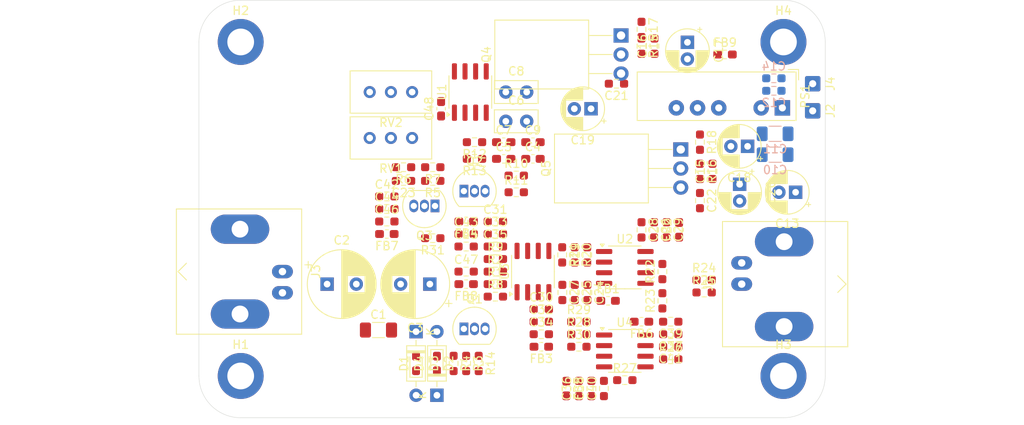
<source format=kicad_pcb>
(kicad_pcb (version 20240108) (generator "pcbnew") (generator_version "8.0")
  (layers (0 "F.Cu" signal) (31 "B.Cu" signal) (34 "B.Paste" user) (35 "F.Paste" user) (36 "B.SilkS" user "B.Silkscreen") (37 "F.SilkS" user "F.Silkscreen") (38 "B.Mask" user) (39 "F.Mask" user) (44 "Edge.Cuts" user))
  (net 0 "")
  (net 1 "Net-(J3-In)")
  (net 2 "Net-(D1-A)")
  (net 3 "Net-(C2-Pad2)")
  (net 4 "Net-(U2A-+)")
  (net 5 "Net-(C4-Pad1)")
  (net 6 "Net-(Q2-B)")
  (net 7 "Net-(C7-Pad2)")
  (net 8 "Earth")
  (net 9 "Net-(J2-Pin_1)")
  (net 10 "0")
  (net 11 "Net-(PS1--Vout)")
  (net 12 "Net-(PS1-+Vout)")
  (net 13 "Net-(Q4-B)")
  (net 14 "Net-(Q5-B)")
  (net 15 "+5V")
  (net 16 "-5V")
  (net 17 "Net-(Q3-B)")
  (net 18 "Net-(U2C-V-)")
  (net 19 "Net-(U2C-V+)")
  (net 20 "Net-(U3-V-)")
  (net 21 "Net-(U3-V+)")
  (net 22 "Net-(U4-V-)")
  (net 23 "Net-(U4-V+)")
  (net 24 "Net-(Q3-C)")
  (net 25 "Net-(C43-Pad2)")
  (net 26 "Net-(C48-Pad1)")
  (net 27 "Net-(U1A--)")
  (net 28 "GND")
  (net 29 "Net-(J1-In)")
  (net 30 "Net-(Q1-C)")
  (net 31 "Net-(Q1-E)")
  (net 32 "Net-(Q2-C)")
  (net 33 "Net-(R6-Pad2)")
  (net 34 "Net-(U2B-+)")
  (net 35 "Net-(U2A--)")
  (net 36 "Net-(U2B--)")
  (net 37 "Net-(R22-Pad2)")
  (net 38 "Net-(R26-Pad1)")
  (net 39 "Net-(U4--)")
  (net 40 "5V")
  (net 41 "Net-(U1A-+)")
  (footprint "Capacitor_SMD:C_0603_1608Metric_Pad1.08x0.95mm_HandSolder" (layer "F.Cu") (at 90 94)
    (property "Reference" "C4" (at 0 -1.43 0) (layer "F.SilkS"))
    (property "Value" "5p")
    (pad "1" smd roundrect (at -0.8625 0) (size 1.075 0.95) (layers "F.Cu" "F.Paste" "F.Mask") (net 5 "Net-(C4-Pad1)"))
    (pad "2" smd roundrect (at 0.8625 0) (size 1.075 0.95) (layers "F.Cu" "F.Paste" "F.Mask") (net 4 "Net-(U2A-+)"))
  )
  (footprint "Resistor_SMD:R_0603_1608Metric_Pad0.98x0.95mm_HandSolder" (layer "F.Cu") (at 82 107.5)
    (property "Reference" "C47" (at 0 -1.43 0) (layer "F.SilkS"))
    (property "Value" "1n")
    (pad "1" smd roundrect (at -0.9125 0) (size 0.975 0.95) (layers "F.Cu" "F.Paste" "F.Mask") (net 10 "0"))
    (pad "2" smd roundrect (at 0.9125 0) (size 0.975 0.95) (layers "F.Cu" "F.Paste" "F.Mask") (net 25 "Net-(C43-Pad2)"))
  )
  (footprint "Capacitor_THT:CP_Radial_D8.0mm_P3.50mm" (layer "F.Cu") (at 77.652651 109 180)
    (property "Reference" "C3" (at 1.75 -5.25 0) (layer "F.SilkS"))
    (property "Value" "100u")
    (pad "1" thru_hole rect (at 0 0 180) (size 1.6 1.6) (drill 0.8) (layers "*.Cu" "*.Mask") (net 2 "Net-(D1-A)"))
    (pad "2" thru_hole circle (at 3.5 0 180) (size 1.6 1.6) (drill 0.8) (layers "*.Cu" "*.Mask") (net 3 "Net-(C2-Pad2)"))
  )
  (footprint "Potentiometer_THT:Potentiometer_Bourns_3296W_Vertical" (layer "F.Cu") (at 70.45 86 180)
    (property "Reference" "RV2" (at -2.54 -3.66 0) (layer "F.SilkS"))
    (property "Value" "100k")
    (pad "1" thru_hole circle (at 0 0 180) (size 1.44 1.44) (drill 0.8) (layers "*.Cu" "*.Mask") (net 28 "GND"))
    (pad "2" thru_hole circle (at -2.54 0 180) (size 1.44 1.44) (drill 0.8) (layers "*.Cu" "*.Mask") (net 41 "Net-(U1A-+)"))
    (pad "3" thru_hole circle (at -5.08 0 180) (size 1.44 1.44) (drill 0.8) (layers "*.Cu" "*.Mask") (net 40 "5V"))
  )
  (footprint "Resistor_SMD:R_0603_1608Metric_Pad0.98x0.95mm_HandSolder" (layer "F.Cu") (at 85.5 104.5)
    (property "Reference" "C35" (at 0 -1.43 0) (layer "F.SilkS"))
    (property "Value" "1n")
    (pad "1" smd roundrect (at -0.9125 0) (size 0.975 0.95) (layers "F.Cu" "F.Paste" "F.Mask") (net 10 "0"))
    (pad "2" smd roundrect (at 0.9125 0) (size 0.975 0.95) (layers "F.Cu" "F.Paste" "F.Mask") (net 21 "Net-(U3-V+)"))
  )
  (footprint "Resistor_SMD:R_0603_1608Metric_Pad0.98x0.95mm_HandSolder" (layer "F.Cu") (at 85.5 106)
    (property "Reference" "R9" (at 0 -1.43 0) (layer "F.SilkS"))
    (property "Value" "100k")
    (pad "1" smd roundrect (at -0.9125 0) (size 0.975 0.95) (layers "F.Cu" "F.Paste" "F.Mask") (net 27 "Net-(U1A--)"))
    (pad "2" smd roundrect (at 0.9125 0) (size 0.975 0.95) (layers "F.Cu" "F.Paste" "F.Mask") (net 32 "Net-(Q2-C)"))
  )
  (footprint "MountingHole:MountingHole_3.2mm_M3_ISO14580_Pad_TopBottom" (layer "F.Cu") (at 120 80)
    (property "Reference" "H4" (at 0 -3.75 0) (layer "F.SilkS"))
    (property "Value" "MountingHole")
    (pad "1" thru_hole circle (at 0 0) (size 3.6 3.6) (drill 3.2) (layers "*.Cu" "*.Mask"))
    (pad "1" connect circle (at 0 0) (size 5.5 5.5) (layers "F.Cu" "F.Mask"))
    (pad "1" connect circle (at 0 0) (size 5.5 5.5) (layers "B.Cu" "B.Mask"))
  )
  (footprint "Potentiometer_THT:Potentiometer_Bourns_3296W_Vertical" (layer "F.Cu") (at 70.45 91.5 180)
    (property "Reference" "RV1" (at -2.54 -3.66 0) (layer "F.SilkS"))
    (property "Value" "100k")
    (pad "1" thru_hole circle (at 0 0 180) (size 1.44 1.44) (drill 0.8) (layers "*.Cu" "*.Mask") (net 24 "Net-(Q3-C)"))
    (pad "2" thru_hole circle (at -2.54 0 180) (size 1.44 1.44) (drill 0.8) (layers "*.Cu" "*.Mask") (net 33 "Net-(R6-Pad2)"))
    (pad "3" thru_hole circle (at -5.08 0 180) (size 1.44 1.44) (drill 0.8) (layers "*.Cu" "*.Mask") (net 33 "Net-(R6-Pad2)"))
  )
  (footprint "Resistor_SMD:R_0603_1608Metric_Pad0.98x0.95mm_HandSolder" (layer "F.Cu") (at 85.5 107.5)
    (property "Reference" "R2" (at 0 -1.43 0) (layer "F.SilkS"))
    (property "Value" "2k")
    (pad "1" smd roundrect (at -0.9125 0) (size 0.975 0.95) (layers "F.Cu" "F.Paste" "F.Mask") (net 25 "Net-(C43-Pad2)"))
    (pad "2" smd roundrect (at 0.9125 0) (size 0.975 0.95) (layers "F.Cu" "F.Paste" "F.Mask") (net 32 "Net-(Q2-C)"))
  )
  (footprint "Resistor_SMD:R_0603_1608Metric_Pad0.98x0.95mm_HandSolder" (layer "F.Cu") (at 95.5 115)
    (property "Reference" "R28" (at 0 -1.43 0) (layer "F.SilkS"))
    (property "Value" "10")
    (pad "1" smd roundrect (at -0.9125 0) (size 0.975 0.95) (layers "F.Cu" "F.Paste" "F.Mask") (net 10 "0"))
    (pad "2" smd roundrect (at 0.9125 0) (size 0.975 0.95) (layers "F.Cu" "F.Paste" "F.Mask") (net 39 "Net-(U4--)"))
  )
  (footprint "Resistor_SMD:R_0603_1608Metric_Pad0.98x0.95mm_HandSolder" (layer "F.Cu") (at 95.5 116.5)
    (property "Reference" "R30" (at 0 -1.43 0) (layer "F.SilkS"))
    (property "Value" "10")
    (pad "1" smd roundrect (at -0.9125 0) (size 0.975 0.95) (layers "F.Cu" "F.Paste" "F.Mask") (net 10 "0"))
    (pad "2" smd roundrect (at 0.9125 0) (size 0.975 0.95) (layers "F.Cu" "F.Paste" "F.Mask") (net 39 "Net-(U4--)"))
  )
  (footprint "Resistor_SMD:R_0603_1608Metric_Pad0.98x0.95mm_HandSolder" (layer "F.Cu") (at 110.5 110)
    (property "Reference" "R25" (at 0 -1.43 0) (layer "F.SilkS"))
    (property "Value" "100")
    (pad "1" smd roundrect (at -0.9125 0) (size 0.975 0.95) (layers "F.Cu" "F.Paste" "F.Mask") (net 37 "Net-(R22-Pad2)"))
    (pad "2" smd roundrect (at 0.9125 0) (size 0.975 0.95) (layers "F.Cu" "F.Paste" "F.Mask") (net 29 "Net-(J1-In)"))
  )
  (footprint "Capacitor_THT:CP_Radial_D5.0mm_P2.00mm" (layer "F.Cu") (at 96.955112 88 180)
    (property "Reference" "C19" (at 1 -3.75 0) (layer "F.SilkS"))
    (property "Value" "47u")
    (pad "1" thru_hole rect (at 0 0 180) (size 1.6 1.6) (drill 0.8) (layers "*.Cu" "*.Mask") (net 15 "+5V"))
    (pad "2" thru_hole circle (at 2 0 180) (size 1.6 1.6) (drill 0.8) (layers "*.Cu" "*.Mask") (net 10 "0"))
  )
  (footprint "Resistor_SMD:R_0603_1608Metric_Pad0.98x0.95mm_HandSolder" (layer "F.Cu") (at 95.5 113.5)
    (property "Reference" "R29" (at 0 -1.43 0) (layer "F.SilkS"))
    (property "Value" "10")
    (pad "1" smd roundrect (at -0.9125 0) (size 0.975 0.95) (layers "F.Cu" "F.Paste" "F.Mask") (net 10 "0"))
    (pad "2" smd roundrect (at 0.9125 0) (size 0.975 0.95) (layers "F.Cu" "F.Paste" "F.Mask") (net 39 "Net-(U4--)"))
  )
  (footprint "Package_TO_SOT_THT:TO-92_Inline" (layer "F.Cu") (at 81.73 97.86)
    (property "Reference" "Q2" (at 1.27 -3.56 0) (layer "F.SilkS"))
    (property "Value" "2N4401")
    (pad "1" thru_hole rect (at 0 0) (size 1.05 1.5) (drill 0.75) (layers "*.Cu" "*.Mask") (net 31 "Net-(Q1-E)"))
    (pad "2" thru_hole oval (at 1.27 0) (size 1.05 1.5) (drill 0.75) (layers "*.Cu" "*.Mask") (net 6 "Net-(Q2-B)"))
    (pad "3" thru_hole oval (at 2.54 0) (size 1.05 1.5) (drill 0.75) (layers "*.Cu" "*.Mask") (net 32 "Net-(Q2-C)"))
  )
  (footprint "Resistor_SMD:R_0603_1608Metric_Pad0.98x0.95mm_HandSolder" (layer "F.Cu") (at 105.5 107.5 90)
    (property "Reference" "R22" (at 0 -1.43 90) (layer "F.SilkS"))
    (property "Value" "1k")
    (pad "1" smd roundrect (at -0.9125 0 90) (size 0.975 0.95) (layers "F.Cu" "F.Paste" "F.Mask") (net 36 "Net-(U2B--)"))
    (pad "2" smd roundrect (at 0.9125 0 90) (size 0.975 0.95) (layers "F.Cu" "F.Paste" "F.Mask") (net 37 "Net-(R22-Pad2)"))
  )
  (footprint "Resistor_SMD:R_0603_1608Metric_Pad0.98x0.95mm_HandSolder" (layer "F.Cu") (at 103 78.5 -90)
    (property "Reference" "R17" (at 0 -1.43 90) (layer "F.SilkS"))
    (property "Value" "3k3")
    (pad "1" smd roundrect (at -0.9125 0 270) (size 0.975 0.95) (layers "F.Cu" "F.Paste" "F.Mask") (net 10 "0"))
    (pad "2" smd roundrect (at 0.9125 0 270) (size 0.975 0.95) (layers "F.Cu" "F.Paste" "F.Mask") (net 13 "Net-(Q4-B)"))
  )
  (footprint "Resistor_SMD:R_0603_1608Metric_Pad0.98x0.95mm_HandSolder" (layer "F.Cu") (at 95.5 121.5 90)
    (property "Reference" "C36" (at 0 -1.43 90) (layer "F.SilkS"))
    (property "Value" "1n")
    (pad "1" smd roundrect (at -0.9125 0 90) (size 0.975 0.95) (layers "F.Cu" "F.Paste" "F.Mask") (net 10 "0"))
    (pad "2" smd roundrect (at 0.9125 0 90) (size 0.975 0.95) (layers "F.Cu" "F.Paste" "F.Mask") (net 22 "Net-(U4-V-)"))
  )
  (footprint "Inductor_SMD:L_0603_1608Metric_Pad1.05x0.95mm_HandSolder" (layer "F.Cu") (at 82 101.5 180)
    (property "Reference" "FB4" (at 0 -1.43 0) (layer "F.SilkS"))
    (property "Value" "FerriteBead")
    (pad "1" smd roundrect (at -0.875 0 180) (size 1.05 0.95) (layers "F.Cu" "F.Paste" "F.Mask") (net 21 "Net-(U3-V+)"))
    (pad "2" smd roundrect (at 0.875 0 180) (size 1.05 0.95) (layers "F.Cu" "F.Paste" "F.Mask") (net 15 "+5V"))
  )
  (footprint "Resistor_SMD:R_0603_1608Metric_Pad0.98x0.95mm_HandSolder" (layer "F.Cu") (at 103 80.5 -90)
    (property "Reference" "R15" (at 0 -1.43 90) (layer "F.SilkS"))
    (property "Value" "1k")
    (pad "1" smd roundrect (at -0.9125 0 270) (size 0.975 0.95) (layers "F.Cu" "F.Paste" "F.Mask") (net 13 "Net-(Q4-B)"))
    (pad "2" smd roundrect (at 0.9125 0 270) (size 0.975 0.95) (layers "F.Cu" "F.Paste" "F.Mask") (net 12 "Net-(PS1-+Vout)"))
  )
  (footprint "Resistor_SMD:R_0603_1608Metric_Pad0.98x0.95mm_HandSolder" (layer "F.Cu") (at 82 103)
    (property "Reference" "C43" (at 0 -1.43 0) (layer "F.SilkS"))
    (property "Value" "1u")
    (pad "1" smd roundrect (at -0.9125 0) (size 0.975 0.95) (layers "F.Cu" "F.Paste" "F.Mask") (net 10 "0"))
    (pad "2" smd roundrect (at 0.9125 0) (size 0.975 0.95) (layers "F.Cu" "F.Paste" "F.Mask") (net 25 "Net-(C43-Pad2)"))
  )
  (footprint "Resistor_SMD:R_0603_1608Metric_Pad0.98x0.95mm_HandSolder" (layer "F.Cu") (at 82 118.5 -90)
    (property "Reference" "R3" (at 0 -1.43 90) (layer "F.SilkS"))
    (property "Value" "100")
    (pad "1" smd roundrect (at -0.9125 0 270) (size 0.975 0.95) (layers "F.Cu" "F.Paste" "F.Mask") (net 2 "Net-(D1-A)"))
    (pad "2" smd roundrect (at 0.9125 0 270) (size 0.975 0.95) (layers "F.Cu" "F.Paste" "F.Mask") (net 28 "GND"))
  )
  (footprint "Inductor_SMD:L_0603_1608Metric_Pad1.05x0.95mm_HandSolder" (layer "F.Cu") (at 94 121.5 -90)
    (property "Reference" "FB5" (at 0 -1.43 90) (layer "F.SilkS"))
    (property "Value" "FerriteBead")
    (pad "1" smd roundrect (at -0.875 0 270) (size 1.05 0.95) (layers "F.Cu" "F.Paste" "F.Mask") (net 22 "Net-(U4-V-)"))
    (pad "2" smd roundrect (at 0.875 0 270) (size 1.05 0.95) (layers "F.Cu" "F.Paste" "F.Mask") (net 16 "-5V"))
  )
  (footprint "Package_SO:SOIC-8_3.9x4.9mm_P1.27mm" (layer "F.Cu") (at 90 107.5 90)
    (property "Reference" "U3" (at 0 -3.4 90) (layer "F.SilkS"))
    (property "Value" "AD8009")
    (pad "1" smd roundrect (at -2.475 -1.905 90) (size 1.95 0.6) (layers "F.Cu" "F.Paste" "F.Mask"))
    (pad "2" smd roundrect (at -2.475 -0.635 90) (size 1.95 0.6) (layers "F.Cu" "F.Paste" "F.Mask") (net 30 "Net-(Q1-C)"))
    (pad "3" smd roundrect (at -2.475 0.635 90) (size 1.95 0.6) (layers "F.Cu" "F.Paste" "F.Mask") (net 32 "Net-(Q2-C)"))
    (pad "4" smd roundrect (at -2.475 1.905 90) (size 1.95 0.6) (layers "F.Cu" "F.Paste" "F.Mask") (net 20 "Net-(U3-V-)"))
    (pad "5" smd roundrect (at 2.475 1.905 90) (size 1.95 0.6) (layers "F.Cu" "F.Paste" "F.Mask"))
    (pad "6" smd roundrect (at 2.475 0.635 90) (size 1.95 0.6) (layers "F.Cu" "F.Paste" "F.Mask") (net 4 "Net-(U2A-+)"))
    (pad "7" smd roundrect (at 2.475 -0.635 90) (size 1.95 0.6) (layers "F.Cu" "F.Paste" "F.Mask") (net 21 "Net-(U3-V+)"))
    (pad "8" smd roundrect (at 2.475 -1.905 90) (size 1.95 0.6) (layers "F.Cu" "F.Paste" "F.Mask"))
  )
  (footprint "Capacitor_THT:CP_Radial_D5.0mm_P2.00mm" (layer "F.Cu") (at 108.5 80.044888 -90)
    (property "Reference" "C17" (at 1 -3.75 90) (layer "F.SilkS"))
    (property "Value" "47u")
    (pad "1" thru_hole rect (at 0 0 270) (size 1.6 1.6) (drill 0.8) (layers "*.Cu" "*.Mask") (net 13 "Net-(Q4-B)"))
    (pad "2" thru_hole circle (at 2 0 270) (size 1.6 1.6) (drill 0.8) (layers "*.Cu" "*.Mask") (net 10 "0"))
  )
  (footprint "Resistor_SMD:R_0603_1608Metric_Pad0.98x0.95mm_HandSolder" (layer "F.Cu") (at 85.5 103)
    (property "Reference" "C33" (at 0 -1.43 0) (layer "F.SilkS"))
    (property "Value" "100n")
    (pad "1" smd roundrect (at -0.9125 0) (size 0.975 0.95) (layers "F.Cu" "F.Paste" "F.Mask") (net 10 "0"))
    (pad "2" smd roundrect (at 0.9125 0) (size 0.975 0.95) (layers "F.Cu" "F.Paste" "F.Mask") (net 21 "Net-(U3-V+)"))
  )
  (footprint "Capacitor_SMD:C_1206_3216Metric_Pad1.33x1.80mm_HandSolder" (layer "F.Cu") (at 71.5 114.5)
    (property "Reference" "C1" (at 0 -1.85 0) (layer "F.SilkS"))
    (property "Value" "2.2u")
    (pad "1" smd roundrect (at -1.5625 0) (size 1.325 1.8) (layers "F.Cu" "F.Paste" "F.Mask") (roundrect_rratio 0.188679) (net 1 "Net-(J3-In)"))
    (pad "2" smd roundrect (at 1.5625 0) (size 1.325 1.8) (layers "F.Cu" "F.Paste" "F.Mask") (roundrect_rratio 0.188679) (net 2 "Net-(D1-A)"))
  )
  (footprint "Capacitor_THT:CP_Radial_D5.0mm_P2.00mm" (layer "F.Cu") (at 115.705113 92.5 180)
    (property "Reference" "C18" (at 1 -3.75 360) (layer "F.SilkS"))
    (property "Value" "47u")
    (pad "1" thru_hole rect (at 0 0 180) (size 1.6 1.6) (drill 0.8) (layers "*.Cu" "*.Mask") (net 10 "0"))
    (pad "2" thru_hole circle (at 2 0 180) (size 1.6 1.6) (drill 0.8) (layers "*.Cu" "*.Mask") (net 14 "Net-(Q5-B)"))
  )
  (footprint "Capacitor_SMD:C_0603_1608Metric_Pad1.08x0.95mm_HandSolder" (layer "F.Cu") (at 86.5 92)
    (property "Reference" "C7" (at 0 -1.43 0) (layer "F.SilkS"))
    (property "Value" "5p")
    (pad "1" smd roundrect (at -0.8625 0) (size 1.075 0.95) (layers "F.Cu" "F.Paste" "F.Mask") (net 6 "Net-(Q2-B)"))
    (pad "2" smd roundrect (at 0.8625 0) (size 1.075 0.95) (layers "F.Cu" "F.Paste" "F.Mask") (net 7 "Net-(C7-Pad2)"))
  )
  (footprint "Resistor_SMD:R_0603_1608Metric_Pad0.98x0.95mm_HandSolder" (layer "F.Cu") (at 106 102.5 -90)
    (property "Reference" "C29" (at 0 -1.43 90) (layer "F.SilkS"))
    (property "Value" "1n")
    (pad "1" smd roundrect (at -0.9125 0 270) (size 0.975 0.95) (layers "F.Cu" "F.Paste" "F.Mask") (net 10 "0"))
    (pad "2" smd roundrect (at 0.9125 0 270) (size 0.975 0.95) (layers "F.Cu" "F.Paste" "F.Mask") (net 19 "Net-(U2C-V+)"))
  )
  (footprint "Inductor_SMD:L_0603_1608Metric_Pad1.05x0.95mm_HandSolder" (layer "F.Cu") (at 113 81.5)
    (property "Reference" "FB9" (at 0 -1.43 0) (layer "F.SilkS"))
    (property "Value" "FerriteBead")
    (pad "1" smd roundrect (at -0.875 0) (size 1.05 0.95) (layers "F.Cu" "F.Paste" "F.Mask") (net 10 "0"))
    (pad "2" smd roundrect (at 0.875 0) (size 1.05 0.95) (layers "F.Cu" "F.Paste" "F.Mask") (net 8 "Earth"))
  )
  (footprint "Inductor_SMD:L_0603_1608Metric_Pad1.05x0.95mm_HandSolder" (layer "F.Cu") (at 103 113.5 180)
    (property "Reference" "FB6" (at 0 -1.43 0) (layer "F.SilkS"))
    (property "Value" "FerriteBead")
    (pad "1" smd roundrect (at -0.875 0 180) (size 1.05 0.95) (layers "F.Cu" "F.Paste" "F.Mask") (net 23 "Net-(U4-V+)"))
    (pad "2" smd roundrect (at 0.875 0 180) (size 1.05 0.95) (layers "F.Cu" "F.Paste" "F.Mask") (net 15 "+5V"))
  )
  (footprint "Resistor_SMD:R_0603_1608Metric_Pad0.98x0.95mm_HandSolder" (layer "F.Cu") (at 95 105.5 -90)
    (property "Reference" "R20" (at 0 -1.43 90) (layer "F.SilkS"))
    (property "Value" "250")
    (pad "1" smd roundrect (at -0.9125 0 270) (size 0.975 0.95) (layers "F.Cu" "F.Paste" "F.Mask") (net 10 "0"))
    (pad "2" smd roundrect (at 0.9125 0 270) (size 0.975 0.95) (layers "F.Cu" "F.Paste" "F.Mask") (net 35 "Net-(U2A--)"))
  )
  (footprint "Resistor_SMD:R_0603_1608Metric_Pad0.98x0.95mm_HandSolder" (layer "F.Cu") (at 110.5 108.5)
    (property "Reference" "R24" (at 0 -1.43 0) (layer "F.SilkS"))
    (property "Value" "100")
    (pad "1" smd roundrect (at -0.9125 0) (size 0.975 0.95) (layers "F.Cu" "F.Paste" "F.Mask") (net 37 "Net-(R22-Pad2)"))
    (pad "2" smd roundrect (at 0.9125 0) (size 0.975 0.95) (layers "F.Cu" "F.Paste" "F.Mask") (net 29 "Net-(J1-In)"))
  )
  (footprint "Resistor_SMD:R_0603_1608Metric_Pad0.98x0.95mm_HandSolder" (layer "F.Cu") (at 72.5 100)
    (property "Reference" "C44" (at 0 -1.43 0) (layer "F.SilkS"))
    (property "Value" "100n")
    (pad "1" smd roundrect (at -0.9125 0) (size 0.975 0.95) (layers "F.Cu" "F.Paste" "F.Mask") (net 10 "0"))
    (pad "2" smd roundrect (at 0.9125 0) (size 0.975 0.95) (layers "F.Cu" "F.Paste" "F.Mask") (net 24 "Net-(Q3-C)"))
  )
  (footprint "Resistor_SMD:R_0603_1608Metric_Pad0.98x0.95mm_HandSolder" (layer "F.Cu") (at 91 112)
    (property "Reference" "C30" (at 0 -1.43 0) (layer "F.SilkS"))
    (property "Value" "1n")
    (pad "1" smd roundrect (at -0.9125 0) (size 0.975 0.95) (layers "F.Cu" "F.Paste" "F.Mask") (net 10 "0"))
    (pad "2" smd roundrect (at 0.9125 0) (size 0.975 0.95) (layers "F.Cu" "F.Paste" "F.Mask") (net 20 "Net-(U3-V-)"))
  )
  (footprint "Package_TO_SOT_THT:TO-126-3_Horizontal_TabUp" (layer "F.Cu") (at 100.55 79.225 -90)
    (property "Reference" "Q4" (at 2.28 16.12 90) (layer "F.SilkS"))
    (property "Value" "BD679")
    (pad "" np_thru_hole circle (at 2.28 11.1 270) (size 3.2 3.2) (drill 3.2) (layers "*.Cu" "*.Mask"))
    (pad "1" thru_hole rect (at 0 0 270) (size 1.71 1.8) (drill 1) (layers "*.Cu" "*.Mask") (net 13 "Net-(Q4-B)"))
    (pad "2" thru_hole oval (at 2.28 0 270) (size 1.71 1.8) (drill 1) (layers "*.Cu" "*.Mask") (net 12 "Net-(PS1-+Vout)"))
    (pad "3" thru_hole oval (at 4.56 0 270) (size 1.71 1.8) (drill 1) (layers "*.Cu" "*.Mask") (net 15 "+5V"))
  )
  (footprint "Resistor_SMD:R_0603_1608Metric_Pad0.98x0.95mm_HandSolder" (layer "F.Cu") (at 85.5 101.5)
    (property "Reference" "C31" (at 0 -1.43 0) (layer "F.SilkS"))
    (property "Value" "1u")
    (pad "1" smd roundrect (at -0.9125 0) (size 0.975 0.95) (layers "F.Cu" "F.Paste" "F.Mask") (net 10 "0"))
    (pad "2" smd roundrect (at 0.9125 0) (size 0.975 0.95) (layers "F.Cu" "F.Paste" "F.Mask") (net 21 "Net-(U3-V+)"))
  )
  (footprint "Capacitor_SMD:C_0603_1608Metric_Pad1.08x0.95mm_HandSolder" (layer "F.Cu") (at 90 92)
    (property "Reference" "C9" (at 0 -1.43 0) (layer "F.SilkS"))
    (property "Value" "5p")
    (pad "1" smd roundrect (at -0.8625 0) (size 1.075 0.95) (layers "F.Cu" "F.Paste" "F.Mask") (net 7 "Net-(C7-Pad2)"))
    (pad "2" smd roundrect (at 0.8625 0) (size 1.075 0.95) (layers "F.Cu" "F.Paste" "F.Mask") (net 4 "Net-(U2A-+)"))
  )
  (footprint "Package_SO:SOIC-8_3.9x4.9mm_P1.27mm" (layer "F.Cu") (at 82.5 86 90)
    (property "Reference" "U1" (at 0 -3.4 90) (layer "F.SilkS"))
    (property "Value" "TL072")
    (pad "1" smd roundrect (at -2.475 -1.905 90) (size 1.95 0.6) (layers "F.Cu" "F.Paste" "F.Mask") (net 26 "Net-(C48-Pad1)"))
    (pad "2" smd roundrect (at -2.475 -0.635 90) (size 1.95 0.6) (layers "F.Cu" "F.Paste" "F.Mask") (net 27 "Net-(U1A--)"))
    (pad "3" smd roundrect (at -2.475 0.635 90) (size 1.95 0.6) (layers "F.Cu" "F.Paste" "F.Mask") (net 41 "Net-(U1A-+)"))
    (pad "4" smd roundrect (at -2.475 1.905 90) (size 1.95 0.6) (layers "F.Cu" "F.Paste" "F.Mask") (net 16 "-5V"))
    (pad "5" smd roundrect (at 2.475 1.905 90) (size 1.95 0.6) (layers "F.Cu" "F.Paste" "F.Mask"))
    (pad "6" smd roundrect (at 2.475 0.635 90) (size 1.95 0.6) (layers "F.Cu" "F.Paste" "F.Mask"))
    (pad "7" smd roundrect (at 2.475 -0.635 90) (size 1.95 0.6) (layers "F.Cu" "F.Paste" "F.Mask"))
    (pad "8" smd roundrect (at 2.475 -1.905 90) (size 1.95 0.6) (layers "F.Cu" "F.Paste" "F.Mask") (net 15 "+5V"))
  )
  (footprint "Inductor_SMD:L_0603_1608Metric_Pad1.05x0.95mm_HandSolder" (layer "F.Cu") (at 72.5 103 180)
    (property "Reference" "FB7" (at 0 -1.43 0) (layer "F.SilkS"))
    (property "Value" "FerriteBead")
    (pad "1" smd roundrect (at -0.875 0 180) (size 1.05 0.95) (layers "F.Cu" "F.Paste" "F.Mask") (net 24 "Net-(Q3-C)"))
    (pad "2" smd roundrect (at 0.875 0 180) (size 1.05 0.95) (layers "F.Cu" "F.Paste" "F.Mask") (net 16 "-5V"))
  )
  (footprint "Connector_Wire:SolderWire-0.25sqmm_1x01_D0.65mm_OD1.7mm" (layer "F.Cu") (at 123.5 88.25 -90)
    (property "Reference" "J2" (at 0 -2.12 90) (layer "F.SilkS"))
    (property "Value" "wire2board")
    (pad "1" thru_hole roundrect (at 0 0 270) (size 1.85 1.85) (drill 0.85) (layers "*.Cu" "*.Mask") (roundrect_rratio 0.135135) (net 9 "Net-(J2-Pin_1)"))
  )
  (footprint "Inductor_SMD:L_0603_1608Metric_Pad1.05x0.95mm_HandSolder" (layer "F.Cu") (at 91 116.5 180)
    (property "Reference" "FB3" (at 0 -1.43 0) (layer "F.SilkS"))
    (property "Value" "FerriteBead")
    (pad "1" smd roundrect (at -0.875 0 180) (size 1.05 0.95) (layers "F.Cu" "F.Paste" "F.Mask") (net 20 "Net-(U3-V-)"))
    (pad "2" smd roundrect (at 0.875 0 180) (size 1.05 0.95) (layers "F.Cu" "F.Paste" "F.Mask") (net 16 "-5V"))
  )
  (footprint "Inductor_SMD:L_0603_1608Metric_Pad1.05x0.95mm_HandSolder" (layer "F.Cu") (at 99 111)
    (property "Reference" "FB1" (at 0 -1.43 0) (layer "F.SilkS"))
    (property "Value" "FerriteBead")
    (pad "1" smd roundrect (at -0.875 0) (size 1.05 0.95) (layers "F.Cu" "F.Paste" "F.Mask") (net 18 "Net-(U2C-V-)"))
    (pad "2" smd roundrect (at 0.875 0) (size 1.05 0.95) (layers "F.Cu" "F.Paste" "F.Mask") (net 16 "-5V"))
  )
  (footprint "Resistor_SMD:R_0603_1608Metric_Pad0.98x0.95mm_HandSolder" (layer "F.Cu") (at 105.5 111 90)
    (property "Reference" "R23" (at 0 -1.43 90) (layer "F.SilkS"))
    (property "Value" "1k")
    (pad "1" smd roundrect (at -0.9125 0 90) (size 0.975 0.95) (layers "F.Cu" "F.Paste" "F.Mask") (net 10 "0"))
    (pad "2" smd roundrect (at 0.9125 0 90) (size 0.975 0.95) (layers "F.Cu" "F.Paste" "F.Mask") (net 36 "Net-(U2B--)"))
  )
  (footprint "Converter_DCDC:Converter_DCDC_XP_POWER-IAxxxxS_THT" (layer "F.Cu") (at 119.87 87.895 -90)
    (property "Reference" "PS1" (at -1.39 -2.73 90) (layer "F.SilkS"))
    (property "Value" "IA0509S")
    (pad "1" thru_hole rect (at 0 0 270) (size 1.85 1.85) (drill 0.85) (layers "*.Cu" "*.Mask") (net 9 "Net-(J2-Pin_1)"))
    (pad "2" thru_hole circle (at 0 2.54 270) (size 1.85 1.85) (drill 0.85) (layers "*.Cu" "*.Mask") (net 8 "Earth"))
    (pad "4" thru_hole circle (at 0 7.62 270) (size 1.85 1.85) (drill 0.85) (layers "*.Cu" "*.Mask") (net 11 "Net-(PS1--Vout)"))
    (pad "5" thru_hole circle (at 0 10.16 270) (size 1.85 1.85) (drill 0.85) (layers "*.Cu" "*.Mask") (net 10 "0"))
    (pad "6" thru_hole circle (at 0 12.7 270) (size 1.85 1.85) (drill 0.85) (layers "*.Cu" "*.Mask") (net 12 "Net-(PS1-+Vout)"))
  )
  (footprint "Resistor_SMD:R_0603_1608Metric_Pad0.98x0.95mm_HandSolder" (layer "F.Cu") (at 104.55 80.5 90)
    (property "Reference" "C16" (at 0 -1.43 90) (layer "F.SilkS"))
    (property "Value" "1u")
    (pad "1" smd roundrect (at -0.9125 0 90) (size 0.975 0.95) (layers "F.Cu" "F.Paste" "F.Mask") (net 12 "Net-(PS1-+Vout)"))
    (pad "2" smd roundrect (at 0.9125 0 90) (size 0.975 0.95) (layers "F.Cu" "F.Paste" "F.Mask") (net 10 "0"))
  )
  (footprint "Capacitor_SMD:C_0603_1608Metric_Pad1.08x0.95mm_HandSolder" (layer "F.Cu") (at 79 88 90)
    (property "Reference" "C48" (at 0 -1.43 90) (layer "F.SilkS"))
    (property "Value" "5p")
    (pad "1" smd roundrect (at -0.8625 0 90) (size 1.075 0.95) (layers "F.Cu" "F.Paste" "F.Mask") (net 26 "Net-(C48-Pad1)"))
    (pad "2" smd roundrect (at 0.8625 0 90) (size 1.075 0.95) (layers "F.Cu" "F.Paste" "F.Mask") (net 27 "Net-(U1A--)"))
  )
  (footprint "MountingHole:MountingHole_3.2mm_M3_ISO14580_Pad_TopBottom" (layer "F.Cu") (at 120 120)
    (property "Reference" "H3" (at 0 -3.75 0) (layer "F.SilkS"))
    (property "Value" "MountingHole")
    (pad "1" thru_hole circle (at 0 0) (size 3.6 3.6) (drill 3.2) (layers "*.Cu" "*.Mask"))
    (pad "1" connect circle (at 0 0) (size 5.5 5.5) (layers "F.Cu" "F.Mask"))
    (pad "1" connect circle (at 0 0) (size 5.5 5.5) (layers "B.Cu" "B.Mask"))
  )
  (footprint "Resistor_SMD:R_0603_1608Metric_Pad0.98x0.95mm_HandSolder" (layer "F.Cu") (at 74.5 95 180)
    (property "Reference" "R6" (at 0 -1.43 0) (layer "F.SilkS"))
    (property "Value" "5.1k")
    (pad "1" smd roundrect (at -0.9125 0 180) (size 0.975 0.95) (layers "F.Cu" "F.Paste" "F.Mask") (net 17 "Net-(Q3-B)"))
    (pad "2" smd roundrect (at 0.9125 0 180) (size 0.975 0.95) (layers "F.Cu" "F.Paste" "F.Mask") (net 33 "Net-(R6-Pad2)"))
  )
  (footprint "Resistor_SMD:R_0603_1608Metric_Pad0.98x0.95mm_HandSolder" (layer "F.Cu") (at 78 103.5 180)
    (property "Reference" "R31" (at 0 -1.43 0) (layer "F.SilkS"))
    (property "Value" "1k")
    (pad "1" smd roundrect (at -0.9125 0 180) (size 0.975 0.95) (layers "F.Cu" "F.Paste" "F.Mask") (net 31 "Net-(Q1-E)"))
    (pad "2" smd roundrect (at 0.9125 0 180) (size 0.975 0.95) (layers "F.Cu" "F.Paste" "F.Mask") (net 24 "Net-(Q3-C)"))
  )
  (footprint "Package_TO_SOT_THT:TO-126-3_Horizontal_TabUp" (layer "F.Cu") (at 107.7 92.875113 -90)
    (property "Reference" "Q5" (at 2.28 16.12 90) (layer "F.SilkS"))
    (property "Value" "BD680")
    (pad "" np_thru_hole circle (at 2.28 11.1 270) (size 3.2 3.2) (drill 3.2) (layers "*.Cu" "*.Mask"))
    (pad "1" thru_hole rect (at 0 0 270) (size 1.71 1.8) (drill 1) (layers "*.Cu" "*.Mask") (net 14 "Net-(Q5-B)"))
    (pad "2" thru_hole oval (at 2.28 0 270) (size 1.71 1.8) (drill 1) (layers "*.Cu" "*.Mask") (net 11 "Net-(PS1--Vout)"))
    (pad "3" thru_hole oval (at 4.56 0 270) (size 1.71 1.8) (drill 1) (layers "*.Cu" "*.Mask") (net 16 "-5V"))
  )
  (footprint "Resistor_SMD:R_0603_1608Metric_Pad0.98x0.95mm_HandSolder" (layer "F.Cu") (at 72.5 101.5)
    (property "Reference" "C46" (at 0 -1.43 0) (layer "F.SilkS"))
    (property "Value" "100n")
    (pad "1" smd roundrect (at -0.9125 0) (size 0.975 0.95) (layers "F.Cu" "F.Paste" "F.Mask") (net 10 "0"))
    (pad "2" smd roundrect (at 0.9125 0) (size 0.975 0.95) (layers "F.Cu" "F.Paste" "F.Mask") (net 24 "Net-(Q3-C)"))
  )
  (footprint "Resistor_SMD:R_0603_1608Metric_Pad0.98x0.95mm_HandSolder" (layer "F.Cu") (at 98.5 121.5 90)
    (property "Reference" "C40" (at 0 -1.43 90) (layer "F.SilkS"))
    (property "Value" "100n")
    (pad "1" smd roundrect (at -0.9125 0 90) (size 0.975 0.95) (layers "F.Cu" "F.Paste" "F.Mask") (net 10 "0"))
    (pad "2" smd roundrect (at 0.9125 0 90) (size 0.975 0.95) (layers "F.Cu" "F.Paste" "F.Mask") (net 22 "Net-(U4-V-)"))
  )
  (footprint "Diode_SMD:D_0603_1608Metric_Pad1.05x0.95mm_HandSolder" (layer "F.Cu") (at 78.5 118.5 -90)
    (property "Reference" "D2" (at 0 -1.43 90) (layer "F.SilkS"))
    (property "Value" "1N4148W")
    (pad "1" smd roundrect (at -0.875 0 270) (size 1.05 0.95) (layers "F.Cu" "F.Paste" "F.Mask") (net 2 "Net-(D1-A)"))
    (pad "2" smd roundrect (at 0.875 0 270) (size 1.05 0.95) (layers "F.Cu" "F.Paste" "F.Mask") (net 28 "GND"))
  )
  (footprint "Resistor_SMD:R_0603_1608Metric_Pad0.98x0.95mm_HandSolder" (layer "F.Cu") (at 83 92 180)
    (property "Reference" "R12" (at 0 -1.43 0) (layer "F.SilkS"))
    (property "Value" "100")
    (pad "1" smd roundrect (at -0.9125 0 180) (size 0.975 0.95) (layers "F.Cu" "F.Paste" "F.Mask") (net 6 "Net-(Q2-B)"))
    (pad "2" smd roundrect (at 0.9125 0 180) (size 0.975 0.95) (layers "F.Cu" "F.Paste" "F.Mask") (net 28 "GND"))
  )
  (footprint "Resistor_SMD:R_0603_1608Metric_Pad0.98x0.95mm_HandSolder" (layer "F.Cu") (at 93.52 110 -90)
    (property "Reference" "C27" (at 0 -1.43 90) (layer "F.SilkS"))
    (property "Value" "1u")
    (pad "1" smd roundrect (at -0.9125 0 270) (size 0.975 0.95) (layers "F.Cu" "F.Paste" "F.Mask") (net 10 "0"))
    (pad "2" smd roundrect (at 0.9125 0 270) (size 0.975 0.95) (layers "F.Cu" "F.Paste" "F.Mask") (net 18 "Net-(U2C-V-)"))
  )
  (footprint "Resistor_SMD:R_0603_1608Metric_Pad0.98x0.95mm_HandSolder" (layer "F.Cu") (at 91 113.5)
    (property "Reference" "C32" (at 0 -1.43 0) (layer "F.SilkS"))
    (property "Value" "100n")
    (pad "1" smd roundrect (at -0.9125 0) (size 0.975 0.95) (layers "F.Cu" "F.Paste" "F.Mask") (net 10 "0"))
    (pad "2" smd roundrect (at 0.9125 0) (size 0.975 0.95) (layers "F.Cu" "F.Paste" "F.Mask") (net 20 "Net-(U3-V-)"))
  )
  (footprint "Resistor_SMD:R_0603_1608Metric_Pad0.98x0.95mm_HandSolder" (layer "F.Cu") (at 110 95.5 -90)
    (property "Reference" "R16" (at 0 -1.43 90) (layer "F.SilkS"))
    (property "Value" "1k")
    (pad "1" smd roundrect (at -0.9125 0 270) (size 0.975 0.95) (layers "F.Cu" "F.Paste" "F.Mask") (net 14 "Net-(Q5-B)"))
    (pad "2" smd roundrect (at 0.9125 0 270) (size 0.975 0.95) (layers "F.Cu" "F.Paste" "F.Mask") (net 11 "Net-(PS1--Vout)"))
  )
  (footprint "Connector_Coaxial:BNC_Amphenol_B6252HB-NPP3G-50_Horizontal" (layer "F.Cu") (at 115 109 -90)
    (property "Reference" "J1" (at 0 4 90) (layer "F.SilkS"))
    (property "Value" "Input")
    (pad "1" thru_hole oval (at 0 0 270) (size 1.6 2.5) (drill 0.89) (layers "*.Cu" "*.Mask") (net 29 "Net-(J1-In)"))
    (pad "2" thru_hole oval (at -5.08 -5.08 270) (size 3.5 7) (drill 2.01) (layers "*.Cu" "*.Mask") (net 10 "0"))
    (pad "2" thru_hole oval (at -2.54 0 270) (size 1.6 2.5) (drill 0.89) (layers "*.Cu" "*.Mask") (net 10 "0"))
    (pad "2" thru_hole oval (at 5.08 -5.08 270) (size 3.5 7) (drill 2.01) (layers "*.Cu" "*.Mask") (net 10 "0"))
  )
  (footprint "Capacitor_SMD:C_0603_1608Metric_Pad1.08x0.95mm_HandSolder" (layer "F.Cu") (at 86.5 94)
    (property "Reference" "C5" (at 0 -1.43 0) (layer "F.SilkS"))
    (property "Value" "5p")
    (pad "1" smd roundrect (at -0.8625 0) (size 1.075 0.95) (layers "F.Cu" "F.Paste" "F.Mask") (net 6 "Net-(Q2-B)"))
    (pad "2" smd roundrect (at 0.8625 0) (size 1.075 0.95) (layers "F.Cu" "F.Paste" "F.Mask") (net 5 "Net-(C4-Pad1)"))
  )
  (footprint "Resistor_SMD:R_0603_1608Metric_Pad0.98x0.95mm_HandSolder" (layer "F.Cu") (at 82 104.5)
    (property "Reference" "C45" (at 0 -1.43 0) (layer "F.SilkS"))
    (property "Value" "100n")
    (pad "1" smd roundrect (at -0.9125 0) (size 0.975 0.95) (layers "F.Cu" "F.Paste" "F.Mask") (net 10 "0"))
    (pad "2" smd roundrect (at 0.9125 0) (size 0.975 0.95) (layers "F.Cu" "F.Paste" "F.Mask") (net 25 "Net-(C43-Pad2)"))
  )
  (footprint "Capacitor_THT:C_Disc_D5.0mm_W2.5mm_P2.50mm" (layer "F.Cu") (at 86.75 89.5)
    (property "Reference" "C6" (at 1.25 -2.5 0) (layer "F.SilkS"))
    (property "Value" "5p")
    (pad "1" thru_hole circle (at 0 0) (size 1.6 1.6) (drill 0.8) (layers "*.Cu" "*.Mask") (net 6 "Net-(Q2-B)"))
    (pad "2" thru_hole circle (at 2.5 0) (size 1.6 1.6) (drill 0.8) (layers "*.Cu" "*.Mask") (net 4 "Net-(U2A-+)"))
  )
  (footprint "Resistor_SMD:R_0603_1608Metric_Pad0.98x0.95mm_HandSolder" (layer "F.Cu") (at 110 99 -90)
    (property "Reference" "C22" (at 0 -1.43 90) (layer "F.SilkS"))
    (property "Value" "1u")
    (pad "1" smd roundrect (at -0.9125 0 270) (size 0.975 0.95) (layers "F.Cu" "F.Paste" "F.Mask") (net 16 "-5V"))
    (pad "2" smd roundrect (at 0.9125 0 270) (size 0.975 0.95) (layers "F.Cu" "F.Paste" "F.Mask") (net 10 "0"))
  )
  (footprint "Resistor_SMD:R_0603_1608Metric_Pad0.98x0.95mm_HandSolder" (layer "F.Cu") (at 106.5 118)
    (property "Reference" "R26" (at 0 -1.43 0) (layer "F.SilkS"))
    (property "Value" "jumper")
    (pad "1" smd roundrect (at -0.9125 0) (size 0.975 0.95) (layers "F.Cu" "F.Paste" "F.Mask") (net 38 "Net-(R26-Pad1)"))
    (pad "2" smd roundrect (at 0.9125 0) (size 0.975 0.95) (layers "F.Cu" "F.Paste" "F.Mask") (net 37 "Net-(R22-Pad2)"))
  )
  (footprint "Diode_THT:D_DO-35_SOD27_P7.62mm_Horizontal" (layer "F.Cu") (at 78.5 122.31 90)
    (property "Reference" "D4" (at 3.81 -2.12 90) (layer "F.SilkS"))
    (property "Value" "1N4148")
    (fp_text user "K" (at 0 -1.8 90) (layer "F.SilkS"))
    (pad "1" thru_hole rect (at 0 0 90) (size 1.6 1.6) (drill 0.8) (layers "*.Cu" "*.Mask") (net 28 "GND"))
    (pad "2" thru_hole oval (at 7.62 0 90) (size 1.6 1.6) (drill 0.8) (layers "*.Cu" "*.Mask") (net 2 "Net-(D1-A)"))
  )
  (footprint "Capacitor_THT:C_Disc_D5.0mm_W2.5mm_P2.50mm" (layer "F.Cu") (at 86.75 86)
    (property "Reference" "C8" (at 1.25 -2.5 0) (layer "F.SilkS"))
    (property "Value" "5p")
    (pad "1" thru_hole circle (at 0 0) (size 1.6 1.6) (drill 0.8) (layers "*.Cu" "*.Mask") (net 6 "Net-(Q2-B)"))
    (pad "2" thru_hole circle (at 2.5 0) (size 1.6 1.6) (drill 0.8) (layers "*.Cu" "*.Mask") (net 4 "Net-(U2A-+)"))
  )
  (footprint "Package_SO:SOIC-8_3.9x4.9mm_P1.27mm" (layer "F.Cu") (at 101 107)
    (property "Reference" "U2" (at 0 -3.4 0) (layer "F.SilkS"))
    (property "Value" "AD8039")
    (pad "1" smd roundrect (at -2.475 -1.905) (size 1.95 0.6) (layers "F.Cu" "F.Paste" "F.Mask") (net 34 "Net-(U2B-+)"))
    (pad "2" smd roundrect (at -2.475 -0.635) (size 1.95 0.6) (layers "F.Cu" "F.Paste" "F.Mask") (net 35 "Net-(U2A--)"))
    (pad "3" smd roundrect (at -2.475 0.635) (size 1.95 0.6) (layers "F.Cu" "F.Paste" "F.Mask") (net 4 "Net-(U2A-+)"))
    (pad "4" smd roundrect (at -2.475 1.905) (size 1.95 0.6) (layers "F.Cu" "F.Paste" "F.Mask") (net 18 "Net-(U2C-V-)"))
    (pad "5" smd roundrect (at 2.475 1.905) (size 1.95 0.6) (layers "F.Cu" "F.Paste" "F.Mask") (net 34 "Net-(U2B-+)"))
    (pad "6" smd roundrect (at 2.475 0.635) (size 1.95 0.6) (layers "F.Cu" "F.Paste" "F.Mask") (net 36 "Net-(U2B--)"))
    (pad "7" smd roundrect (at 2.475 -0.635) (size 1.95 0.6) (layers "F.Cu" "F.Paste" "F.Mask") (net 37 "Net-(R22-Pad2)"))
    (pad "8" smd roundrect (at 2.475 -1.905) (size 1.95 0.6) (layers "F.Cu" "F.Paste" "F.Mask") (net 19 "Net-(U2C-V+)"))
  )
  (footprint "Diode_SMD:D_0603_1608Metric_Pad1.05x0.95mm_HandSolder" (layer "F.Cu") (at 76 118.5 90)
    (property "Reference" "D1" (at 0 -1.43 90) (layer "F.SilkS"))
    (property "Value" "1N4148W")
    (pad "1" smd roundrect (at -0.875 0 90) (size 1.05 0.95) (layers "F.Cu" "F.Paste" "F.Mask") (net 28 "GND"))
    (pad "2" smd roundrect (at 0.875 0 90) (size 1.05 0.95) (layers "F.Cu" "F.Paste" "F.Mask") (net 2 "Net-(D1-A)"))
  )
  (footprint "Resistor_SMD:R_0603_1608Metric_Pad0.98x0.95mm_HandSolder" (layer "F.Cu") (at 78 95 180)
    (property "Reference" "R7" (at 0 -1.43 0) (layer "F.SilkS"))
    (property "Value" "jumper")
    (pad "1" smd roundrect (at -0.9125 0 180) (size 0.975 0.95) (layers "F.Cu" "F.Paste" "F.Mask") (net 26 "Net-(C48-Pad1)"))
    (pad "2" smd roundrect (at 0.9125 0 180) (size 0.975 0.95) (layers "F.Cu" "F.Paste" "F.Mask") (net 17 "Net-(Q3-B)"))
  )
  (footprint "Resistor_SMD:R_0603_1608Metric_Pad0.98x0.95mm_HandSolder" (layer "F.Cu") (at 85.5 109)
    (property "Reference" "R1" (at 0 -1.43 0) (layer "F.SilkS"))
    (property "Value" "2k")
    (pad "1" smd roundrect (at -0.9125 0) (size 0.975 0.95) (layers "F.Cu" "F.Paste" "F.Mask") (net 25 "Net-(C43-Pad2)"))
    (pad "2" smd roundrect (at 0.9125 0) (size 0.975 0.95) (layers "F.Cu" "F.Paste" "F.Mask") (net 30 "Net-(Q1-C)"))
  )
  (footprint "Capacitor_THT:CP_Radial_D5.0mm_P2.00mm" (layer "F.Cu") (at 121.455113 98 180)
    (property "Reference" "C13" (at 1 -3.75 0) (layer "F.SilkS"))
    (property "Value" "47u")
    (pad "1" thru_hole rect (at 0 0 180) (size 1.6 1.6) (drill 0.8) (layers "*.Cu" "*.Mask") (net 9 "Net-(J2-Pin_1)"))
    (pad "2" thru_hole circle (at 2 0 180) (size 1.6 1.6) (drill 0.8) (layers "*.Cu" "*.Mask") (net 8 "Earth"))
  )
  (footprint "Resistor_SMD:R_0603_1608Metric_Pad0.98x0.95mm_HandSolder" (layer "F.Cu") (at 103 102.5 -90)
    (property "Reference" "C28" (at 0 -1.43 90) (layer "F.SilkS"))
    (property "Value" "100n")
    (pad "1" smd roundrect (at -0.9125 0 270) (size 0.975 0.95) (layers "F.Cu" "F.Paste" "F.Mask") (net 10 "0"))
    (pad "2" smd roundrect (at 0.9125 0 270) (size 0.975 0.95) (layers "F.Cu" "F.Paste" "F.Mask") (net 19 "Net-(U2C-V+)"))
  )
  (footprint "Resistor_SMD:R_0603_1608Metric_Pad0.98x0.95mm_HandSolder" (layer "F.Cu") (at 85.5 110.5)
    (property "Reference" "R8" (at 0 -1.43 0) (layer "F.SilkS"))
    (property "Value" "100k")
    (pad "1" smd roundrect (at -0.9125 0) (size 0.975 0.95) (layers "F.Cu" "F.Paste" "F.Mask") (net 27 "Net-(U1A--)"))
    (pad "2" smd roundrect (at 0.9125 0) (size 0.975 0.95) (layers "F.Cu" "F.Paste" "F.Mask") (net 30 "Net-(Q1-C)"))
  )
  (footprint "Connector_Coaxial:BNC_Amphenol_B6252HB-NPP3G-50_Horizontal" (layer "F.Cu") (at 60 107.5 90)
    (property "Reference" "J3" (at 0 4 90) (layer "F.SilkS"))
    (property "Value" "Input")
    (pad "1" thru_hole oval (at 0 0 90) (size 1.6 2.5) (drill 0.89) (layers "*.Cu" "*.Mask") (net 1 "Net-(J3-In)"))
    (pad "2" thru_hole oval (at -5.08 -5.08 90) (size 3.5 7) (drill 2.01) (layers "*.Cu" "*.Mask") (net 10 "0"))
    (pad "2" thru_hole oval (at -2.54 0 90) (size 1.6 2.5) (drill 0.89) (layers "*.Cu" "*.Mask") (net 10 "0"))
    (pad "2" thru_hole oval (at 5.08 -5.08 90) (size 3.5 7) (drill 2.01) (layers "*.Cu" "*.Mask") (net 10 "0"))
  )
  (footprint "Capacitor_THT:CP_Radial_D8.0mm_P3.50mm" (layer "F.Cu") (at 65.347349 109)
    (property "Reference" "C2" (at 1.75 -5.25 0) (layer "F.SilkS"))
    (property "Value" "100u")
    (pad "1" thru_hole rect (at 0 0) (size 1.6 1.6) (drill 0.8) (layers "*.Cu" "*.Mask") (net 1 "Net-(J3-In)"))
    (pad "2" thru_hole circle (at 3.5 0) (size 1.6 1.6) (drill 0.8) (layers "*.Cu" "*.Mask") (net 3 "Net-(C2-Pad2)"))
  )
  (footprint "Resistor_SMD:R_0603_1608Metric_Pad0.98x0.95mm_HandSolder" (layer "F.Cu") (at 88 98)
    (property "Reference" "R11" (at 0 -1.43 0) (layer "F.SilkS"))
    (property "Value" "1k")
    (pad "1" smd roundrect (at -0.9125 0) (size 0.975 0.95) (layers "F.Cu" "F.Paste" "F.Mask") (net 6 "Net-(Q2-B)"))
    (pad "2" smd roundrect (at 0.9125 0) (size 0.975 0.95) (layers "F.Cu" "F.Paste" "F.Mask") (net 4 "Net-(U2A-+)"))
  )
  (footprint "Capacitor_THT:CP_Radial_D5.0mm_P2.00mm" (layer "F.Cu") (at 114.75 97.044887 -90)
    (property "Reference" "C20" (at 1 -3.75 90) (layer "F.SilkS"))
    (property "Value" "47u")
    (pad "1" thru_hole rect (at 0 0 270) (size 1.6 1.6) (drill 0.8) (layers "*.Cu" "*.Mask") (net 10 "0"))
    (pad "2" thru_hole circle (at 2 0 270) (size 1.6 1.6) (drill 0.8) (layers "*.Cu" "*.Mask") (net 16 "-5V"))
  )
  (footprint "Resistor_SMD:R_0603_1608Metric_Pad0.98x0.95mm_HandSolder" (layer "F.Cu") (at 83 94 180)
    (property "Reference" "R13" (at 0 -1.43 0) (layer "F.SilkS"))
    (property "Value" "100")
    (pad "1" smd roundrect (at -0.9125 0 180) (size 0.975 0.95) (layers "F.Cu" "F.Paste" "F.Mask") (net 6 "Net-(Q2-B)"))
    (pad "2" smd roundrect (at 0.9125 0 180) (size 0.975 0.95) (layers "F.Cu" "F.Paste" "F.Mask") (net 28 "GND"))
  )
  (footprint "Resistor_SMD:R_0603_1608Metric_Pad0.98x0.95mm_HandSolder" (layer "F.Cu") (at 78 96.64 180)
    (property "Reference" "R5" (at 0 -1.43 0) (layer "F.SilkS"))
    (property "Value" "1k")
    (pad "1" smd roundrect (at -0.9125 0 180) (size 0.975 0.95) (layers "F.Cu" "F.Paste" "F.Mask") (net 31 "Net-(Q1-E)"))
    (pad "2" smd roundrect (at 0.9125 0 180) (size 0.975 0.95) (layers "F.Cu" "F.Paste" "F.Mask") (net 17 "Net-(Q3-B)"))
  )
  (footprint "Resistor_SMD:R_0603_1608Metric_Pad0.98x0.95mm_HandSolder" (layer "F.Cu") (at 91 115)
    (property "Reference" "C34" (at 0 -1.43 0) (layer "F.SilkS"))
    (property "Value" "100n")
    (pad "1" smd roundrect (at -0.9125 0) (size 0.975 0.95) (layers "F.Cu" "F.Paste" "F.Mask") (net 10 "0"))
    (pad "2" smd roundrect (at 0.9125 0) (size 0.975 0.95) (layers "F.Cu" "F.Paste" "F.Mask") (net 20 "Net-(U3-V-)"))
  )
  (footprint "Inductor_SMD:L_0603_1608Metric_Pad1.05x0.95mm_HandSolder" (layer "F.Cu") (at 107.5 102.5 90)
    (property "Reference" "FB2" (at 0 -1.43 90) (layer "F.SilkS"))
    (property "Value" "FerriteBead")
    (pad "1" smd roundrect (at -0.875 0 90) (size 1.05 0.95) (layers "F.Cu" "F.Paste" "F.Mask") (net 19 "Net-(U2C-V+)"))
    (pad "2" smd roundrect (at 0.875 0 90) (size 1.05 0.95) (layers "F.Cu" "F.Paste" "F.Mask") (net 15 "+5V"))
  )
  (footprint "Resistor_SMD:R_0603_1608Metric_Pad0.98x0.95mm_HandSolder" (layer "F.Cu") (at 106.5 113.5 180)
    (property "Reference" "C39" (at 0 -1.43 0) (layer "F.SilkS"))
    (property "Value" "100n")
    (pad "1" smd roundrect (at -0.9125 0 180) (size 0.975 0.95) (layers "F.Cu" "F.Paste" "F.Mask") (net 10 "0"))
    (pad "2" smd roundrect (at 0.9125 0 180) (size 0.975 0.95) (layers "F.Cu" "F.Paste" "F.Mask") (net 23 "Net-(U4-V+)"))
  )
  (footprint "Resistor_SMD:R_0603_1608Metric_Pad0.98x0.95mm_HandSolder" (layer "F.Cu") (at 72.5 98.5)
    (property "Reference" "C42" (at 0 -1.43 0) (layer "F.SilkS"))
    (property "Value" "1n")
    (pad "1" smd roundrect (at -0.9125 0) (size 0.975 0.95) (layers "F.Cu" "F.Paste" "F.Mask") (net 10 "0"))
    (pad "2" smd roundrect (at 0.9125 0) (size 0.975 0.95) (layers "F.Cu" "F.Paste" "F.Mask") (net 24 "Net-(Q3-C)"))
  )
  (footprint "Resistor_SMD:R_0603_1608Metric_Pad0.98x0.95mm_HandSolder" (layer "F.Cu") (at 88 96)
    (property "Reference" "R10" (at 0 -1.43 0) (layer "F.SilkS"))
    (property "Value" "1k")
    (pad "1" smd roundrect (at -0.9125 0) (size 0.975 0.95) (layers "F.Cu" "F.Paste" "F.Mask") (net 6 "Net-(Q2-B)"))
    (pad "2" smd roundrect (at 0.9125 0) (size 0.975 0.95) (layers "F.Cu" "F.Paste" "F.Mask") (net 4 "Net-(U2A-+)"))
  )
  (footprint "Resistor_SMD:R_0603_1608Metric_Pad0.98x0.95mm_HandSolder" (layer "F.Cu") (at 97 121.5 90)
    (property "Reference" "C38" (at 0 -1.43 90) (layer "F.SilkS"))
    (property "Value" "100n")
    (pad "1" smd roundrect (at -0.9125 0 90) (size 0.975 0.95) (layers "F.Cu" "F.Paste" "F.Mask") (net 10 "0"))
    (pad "2" smd roundrect (at 0.9125 0 90) (size 0.975 0.95) (layers "F.Cu" "F.Paste" "F.Mask") (net 22 "Net-(U4-V-)"))
  )
  (footprint "Resistor_SMD:R_0603_1608Metric_Pad0.98x0.95mm_HandSolder" (layer "F.Cu") (at 96.5 105.5 90)
    (property "Reference" "R19" (at 0 -1.43 90) (layer "F.SilkS"))
    (property "Value" "1k")
    (pad "1" smd roundrect (at -0.9125 0 90) (size 0.975 0.95) (layers "F.Cu" "F.Paste" "F.Mask") (net 35 "Net-(U2A--)"))
    (pad "2" smd roundrect (at 0.9125 0 90) (size 0.975 0.95) (layers "F.Cu" "F.Paste" "F.Mask") (net 34 "Net-(U2B-+)"))
  )
  (footprint "Resistor_SMD:R_0603_1608Metric_Pad0.98x0.95mm_HandSolder" (layer "F.Cu") (at 104.5 102.5 -90)
    (property "Reference" "C26" (at 0 -1.43 90) (layer "F.SilkS"))
    (property "Value" "1u")
    (pad "1" smd roundrect (at -0.9125 0 270) (size 0.975 0.95) (layers "F.Cu" "F.Paste" "F.Mask") (net 10 "0"))
    (pad "2" smd roundrect (at 0.9125 0 270) (size 0.975 0.95) (layers "F.Cu" "F.Paste" "F.Mask") (net 19 "Net-(U2C-V+)"))
  )
  (footprint "MountingHole:MountingHole_3.2mm_M3_ISO14580_Pad_TopBottom" (layer "F.Cu") (at 55 120)
    (property "Reference" "H1" (at 0 -3.75 0) (layer "F.SilkS"))
    (property "Value" "MountingHole")
    (pad "1" thru_hole circle (at 0 0) (size 3.6 3.6) (drill 3.2) (layers "*.Cu" "*.Mask"))
    (pad "1" connect circle (at 0 0) (size 5.5 5.5) (layers "F.Cu" "F.Mask"))
    (pad "1" connect circle (at 0 0) (size 5.5 5.5) (layers "B.Cu" "B.Mask"))
  )
  (footprint "Connector_Wire:SolderWire-0.25sqmm_1x01_D0.65mm_OD1.7mm" (layer "F.Cu") (at 123.5 85 -90)
    (property "Reference" "J4" (at 0 -2.12 90) (layer "F.SilkS"))
    (property "Value" "wire2board")
    (pad "1" thru_hole roundrect (at 0 0 270) (size 1.85 1.85) (drill 0.85) (layers "*.Cu" "*.Mask") (roundrect_rratio 0.135135) (net 8 "Earth"))
  )
  (footprint "Resistor_SMD:R_0603_1608Metric_Pad0.98x0.95mm_HandSolder" (layer "F.Cu") (at 106.5 116.5 180)
    (property "Reference" "C41" (at 0 -1.43 0) (layer "F.SilkS"))
    (property "Value" "1n")
    (pad "1" smd roundrect (at -0.9125 0 180) (size 0.975 0.95) (layers "F.Cu" "F.Paste" "F.Mask") (net 10 "0"))
    (pad "2" smd roundrect (at 0.9125 0 180) (size 0.975 0.95) (layers "F.Cu" "F.Paste" "F.Mask") (net 23 "Net-(U4-V+)"))
  )
  (footprint "Diode_THT:D_DO-35_SOD27_P7.62mm_Horizontal" (layer "F.Cu") (at 76 114.69 -90)
    (property "Reference" "D3" (at 3.81 -2.12 90) (layer "F.SilkS"))
    (property "Value" "1N4148")
    (fp_text user "K" (at 0 -1.8 90) (layer "F.SilkS"))
    (pad "1" thru_hole rect (at 0 0 270) (size 1.6 1.6) (drill 0.8) (layers "*.Cu" "*.Mask") (net 2 "Net-(D1-A)"))
    (pad "2" thru_hole oval (at 7.62 0 270) (size 1.6 1.6) (drill 0.8) (layers "*.Cu" "*.Mask") (net 28 "GND"))
  )
  (footprint "Resistor_SMD:R_0603_1608Metric_Pad0.98x0.95mm_HandSolder" (layer "F.Cu") (at 100 85 180)
    (property "Reference" "C21" (at 0 -1.43 0) (layer "F.SilkS"))
    (property "Value" "1u")
    (pad "1" smd roundrect (at -0.9125 0 180) (size 0.975 0.95) (layers "F.Cu" "F.Paste" "F.Mask") (net 15 "+5V"))
    (pad "2" smd roundrect (at 0.9125 0 180) (size 0.975 0.95) (layers "F.Cu" "F.Paste" "F.Mask") (net 10 "0"))
  )
  (footprint "Resistor_SMD:R_0603_1608Metric_Pad0.98x0.95mm_HandSolder" (layer "F.Cu") (at 111.5 95.5 90)
    (property "Reference" "C15" (at 0 -1.43 90) (layer "F.SilkS"))
    (property "Value" "1u")
    (pad "1" smd roundrect (at -0.9125 0 90) (size 0.975 0.95) (layers "F.Cu" "F.Paste" "F.Mask") (net 11 "Net-(PS1--Vout)"))
    (pad "2" smd roundrect (at 0.9125 0 90) (size 0.975 0.95) (layers "F.Cu" "F.Paste" "F.Mask") (net 10 "0"))
  )
  (footprint "Resistor_SMD:R_0603_1608Metric_Pad0.98x0.95mm_HandSolder" (layer "F.Cu") (at 101 120.5)
    (property "Reference" "R27" (at 0 -1.43 0) (layer "F.SilkS"))
    (property "Value" "200")
    (pad "1" smd roundrect (at -0.9125 0) (size 0.975 0.95) (layers "F.Cu" "F.Paste" "F.Mask") (net 39 "Net-(U4--)"))
    (pad "2" smd roundrect (at 0.9125 0) (size 0.975 0.95) (layers "F.Cu" "F.Paste" "F.Mask") (net 38 "Net-(R26-Pad1)"))
  )
  (footprint "Resistor_SMD:R_0603_1608Metric_Pad0.98x0.95mm_HandSolder" (layer "F.Cu") (at 93.5 105.5 -90)
    (property "Reference" "R21" (at 0 -1.43 90) (layer "F.SilkS"))
    (property "Value" "250")
    (pad "1" smd roundrect (at -0.9125 0 270) (size 0.975 0.95) (layers "F.Cu" "F.Paste" "F.Mask") (net 10 "0"))
    (pad "2" smd roundrect (at 0.9125 0 270) (size 0.975 0.95) (layers "F.Cu" "F.Paste" "F.Mask") (net 35 "Net-(U2A--)"))
  )
  (footprint "Resistor_SMD:R_0603_1608Metric_Pad0.98x0.95mm_HandSolder" (layer "F.Cu") (at 95.01 110 -90)
    (property "Reference" "C25" (at 0 -1.43 90) (layer "F.SilkS"))
    (property "Value" "100n")
    (pad "1" smd roundrect (at -0.9125 0 270) (size 0.975 0.95) (layers "F.Cu" "F.Paste" "F.Mask") (net 10 "0"))
    (pad "2" smd roundrect (at 0.9125 0 270) (size 0.975 0.95) (layers "F.Cu" "F.Paste" "F.Mask") (net 18 "Net-(U2C-V-)"))
  )
  (footprint "Package_TO_SOT_THT:TO-92_Inline" (layer "F.Cu") (at 81.73 114.36)
    (property "Reference" "Q1" (at 1.27 -3.56 0) (layer "F.SilkS"))
    (property "Value" "2N4401")
    (pad "1" thru_hole rect (at 0 0) (size 1.05 1.5) (drill 0.75) (layers "*.Cu" "*.Mask") (net 31 "Net-(Q1-E)"))
    (pad "2" thru_hole oval (at 1.27 0) (size 1.05 1.5) (drill 0.75) (layers "*.Cu" "*.Mask") (net 2 "Net-(D1-A)"))
    (pad "3" thru_hole oval (at 2.54 0) (size 1.05 1.5) (drill 0.75) (layers "*.Cu" "*.Mask") (net 30 "Net-(Q1-C)"))
  )
  (footprint "Resistor_SMD:R_0603_1608Metric_Pad0.98x0.95mm_HandSolder" (layer "F.Cu") (at 106.5 115 180)
    (property "Reference" "C37" (at 0 -1.43 0) (layer "F.SilkS"))
    (property "Value" "1u")
    (pad "1" smd roundrect (at -0.9125 0 180) (size 0.975 0.95) (layers "F.Cu" "F.Paste" "F.Mask") (net 10 "0"))
    (pad "2" smd roundrect (at 0.9125 0 180) (size 0.975 0.95) (layers "F.Cu" "F.Paste" "F.Mask") (net 23 "Net-(U4-V+)"))
  )
  (footprint "Resistor_SMD:R_0603_1608Metric_Pad0.98x0.95mm_HandSolder" (layer "F.Cu") (at 80.5 118.5 -90)
    (property "Reference" "R4" (at 0 -1.43 90) (layer "F.SilkS"))
    (property "Value" "100")
    (pad "1" smd roundrect (at -0.9125 0 270) (size 0.975 0.95) (layers "F.Cu" "F.Paste" "F.Mask") (net 2 "Net-(D1-A)"))
    (pad "2" smd roundrect (at 0.9125 0 270) (size 0.975 0.95) (layers "F.Cu" "F.Paste" "F.Mask") (net 28 "GND"))
  )
  (footprint "Resistor_SMD:R_0603_1608Metric_Pad0.98x0.95mm_HandSolder" (layer "F.Cu") (at 83.5 118.5 -90)
    (property "Reference" "R14" (at 0 -1.43 90) (layer "F.SilkS"))
    (property "Value" "2k")
    (pad "1" smd roundrect (at -0.9125 0 270) (size 0.975 0.95) (layers "F.Cu" "F.Paste" "F.Mask") (net 2 "Net-(D1-A)"))
    (pad "2" smd roundrect (at 0.9125 0 270) (size 0.975 0.95) (layers "F.Cu" "F.Paste" "F.Mask") (net 28 "GND"))
  )
  (footprint "MountingHole:MountingHole_3.2mm_M3_ISO14580_Pad_TopBottom" (layer "F.Cu") (at 55 80)
    (property "Reference" "H2" (at 0 -3.75 0) (layer "F.SilkS"))
    (property "Value" "MountingHole")
    (pad "1" thru_hole circle (at 0 0) (size 3.6 3.6) (drill 3.2) (layers "*.Cu" "*.Mask"))
    (pad "1" connect circle (at 0 0) (size 5.5 5.5) (layers "F.Cu" "F.Mask"))
    (pad "1" connect circle (at 0 0) (size 5.5 5.5) (layers "B.Cu" "B.Mask"))
  )
  (footprint "Resistor_SMD:R_0603_1608Metric_Pad0.98x0.95mm_HandSolder" (layer "F.Cu") (at 74.5 96.64 180)
    (property "Reference" "C23" (at 0 -1.43 0) (layer "F.SilkS"))
    (property "Value" "100n")
    (pad "1" smd roundrect (at -0.9125 0 180) (size 0.975 0.95) (layers "F.Cu" "F.Paste" "F.Mask") (net 17 "Net-(Q3-B)"))
    (pad "2" smd roundrect (at 0.9125 0 180) (size 0.975 0.95) (layers "F.Cu" "F.Paste" "F.Mask") (net 10 "0"))
  )
  (footprint "Package_TO_SOT_THT:TO-92_Inline" (layer "F.Cu") (at 78.27 99.64 180)
    (property "Reference" "Q3" (at 1.27 -3.56 0) (layer "F.SilkS"))
    (property "Value" "2N3906")
    (pad "1" thru_hole rect (at 0 0 180) (size 1.05 1.5) (drill 0.75) (layers "*.Cu" "*.Mask") (net 31 "Net-(Q1-E)"))
    (pad "2" thru_hole oval (at 1.27 0 180) (size 1.05 1.5) (drill 0.75) (layers "*.Cu" "*.Mask") (net 17 "Net-(Q3-B)"))
    (pad "3" thru_hole oval (at 2.54 0 180) (size 1.05 1.5) (drill 0.75) (layers "*.Cu" "*.Mask") (net 24 "Net-(Q3-C)"))
  )
  (footprint "Resistor_SMD:R_0603_1608Metric_Pad0.98x0.95mm_HandSolder" (layer "F.Cu") (at 96.52 110 -90)
    (property "Reference" "C24" (at 0 -1.43 90) (layer "F.SilkS"))
    (property "Value" "1n")
    (pad "1" smd roundrect (at -0.9125 0 270) (size 0.975 0.95) (layers "F.Cu" "F.Paste" "F.Mask") (net 10 "0"))
    (pad "2" smd roundrect (at 0.9125 0 270) (size 0.975 0.95) (layers "F.Cu" "F.Paste" "F.Mask") (net 18 "Net-(U2C-V-)"))
  )
  (footprint "Inductor_SMD:L_0603_1608Metric_Pad1.05x0.95mm_HandSolder" (layer "F.Cu") (at 82 109 180)
    (property "Reference" "FB8" (at 0 -1.43 0) (layer "F.SilkS"))
    (property "Value" "FerriteBead")
    (pad "1" smd roundrect (at -0.875 0 180) (size 1.05 0.95) (layers "F.Cu" "F.Paste" "F.Mask") (net 25 "Net-(C43-Pad2)"))
    (pad "2" smd roundrect (at 0.875 0 180) (size 1.05 0.95) (layers "F.Cu" "F.Paste" "F.Mask") (net 15 "+5V"))
  )
  (footprint "Package_SO:SOIC-8_3.9x4.9mm_P1.27mm" (layer "F.Cu") (at 101 117)
    (property "Reference" "U4" (at 0 -3.4 0) (layer "F.SilkS"))
    (property "Value" "AD8009")
    (pad "1" smd roundrect (at -2.475 -1.905) (size 1.95 0.6) (layers "F.Cu" "F.Paste" "F.Mask"))
    (pad "2" smd roundrect (at -2.475 -0.635) (size 1.95 0.6) (layers "F.Cu" "F.Paste" "F.Mask") (net 39 "Net-(U4--)"))
    (pad "3" smd roundrect (at -2.475 0.635) (size 1.95 0.6) (layers "F.Cu" "F.Paste" "F.Mask") (net 4 "Net-(U2A-+)"))
    (pad "4" smd roundrect (at -2.475 1.905) (size 1.95 0.6) (layers "F.Cu" "F.Paste" "F.Mask") (net 22 "Net-(U4-V-)"))
    (pad "5" smd roundrect (at 2.475 1.905) (size 1.95 0.6) (layers "F.Cu" "F.Paste" "F.Mask"))
    (pad "6" smd roundrect (at 2.475 0.635) (size 1.95 0.6) (layers "F.Cu" "F.Paste" "F.Mask") (net 38 "Net-(R26-Pad1)"))
    (pad "7" smd roundrect (at 2.475 -0.635) (size 1.95 0.6) (layers "F.Cu" "F.Paste" "F.Mask") (net 23 "Net-(U4-V+)"))
    (pad "8" smd roundrect (at 2.475 -1.905) (size 1.95 0.6) (layers "F.Cu" "F.Paste" "F.Mask"))
  )
  (footprint "Resistor_SMD:R_0603_1608Metric_Pad0.98x0.95mm_HandSolder" (layer "F.Cu") (at 110 92 -90)
    (property "Reference" "R18" (at 0 -1.43 90) (layer "F.SilkS"))
    (property "Value" "3k3")
    (pad "1" smd roundrect (at -0.9125 0 270) (size 0.975 0.95) (layers "F.Cu" "F.Paste" "F.Mask") (net 10 "0"))
    (pad "2" smd roundrect (at 0.9125 0 270) (size 0.975 0.95) (layers "F.Cu" "F.Paste" "F.Mask") (net 14 "Net-(Q5-B)"))
  )
  (footprint "Resistor_SMD:R_1206_3216Metric_Pad1.30x1.75mm_HandSolder" (layer "B.Cu") (at 119 91)
    (property "Reference" "C11" (at 0 1.82 0) (layer "B.SilkS") (effects (justify mirror)))
    (property "Value" "10u")
    (pad "1" smd roundrect (at -1.55 0) (size 1.3 1.75) (layers "B.Cu" "B.Paste" "B.Mask") (roundrect_rratio 0.192308) (net 8 "Earth"))
    (pad "2" smd roundrect (at 1.55 0) (size 1.3 1.75) (layers "B.Cu" "B.Paste" "B.Mask") (roundrect_rratio 0.192308) (net 9 "Net-(J2-Pin_1)"))
  )
  (footprint "Resistor_SMD:R_1206_3216Metric_Pad1.30x1.75mm_HandSolder" (layer "B.Cu") (at 119 93.5)
    (property "Reference" "C10" (at 0 1.82 0) (layer "B.SilkS") (effects (justify mirror)))
    (property "Value" "10u")
    (pad "1" smd roundrect (at -1.55 0) (size 1.3 1.75) (layers "B.Cu" "B.Paste" "B.Mask") (roundrect_rratio 0.192308) (net 8 "Earth"))
    (pad "2" smd roundrect (at 1.55 0) (size 1.3 1.75) (layers "B.Cu" "B.Paste" "B.Mask") (roundrect_rratio 0.192308) (net 9 "Net-(J2-Pin_1)"))
  )
  (footprint "Resistor_SMD:R_0603_1608Metric_Pad0.98x0.95mm_HandSolder" (layer "B.Cu") (at 118.85 84.349887 180)
    (property "Reference" "C14" (at 0 1.43 0) (layer "B.SilkS") (effects (justify mirror)))
    (property "Value" "1u")
    (pad "1" smd roundrect (at -0.9125 0 180) (size 0.975 0.95) (layers "B.Cu" "B.Paste" "B.Mask") (net 9 "Net-(J2-Pin_1)"))
    (pad "2" smd roundrect (at 0.9125 0 180) (size 0.975 0.95) (layers "B.Cu" "B.Paste" "B.Mask") (net 8 "Earth"))
  )
  (footprint "Resistor_SMD:R_0603_1608Metric_Pad0.98x0.95mm_HandSolder" (layer "B.Cu") (at 118.85 85.849887)
    (property "Reference" "C12" (at 0 1.43 0) (layer "B.SilkS") (effects (justify mirror)))
    (property "Value" "1u")
    (pad "1" smd roundrect (at -0.9125 0) (size 0.975 0.95) (layers "B.Cu" "B.Paste" "B.Mask") (net 8 "Earth"))
    (pad "2" smd roundrect (at 0.9125 0) (size 0.975 0.95) (layers "B.Cu" "B.Paste" "B.Mask") (net 9 "Net-(J2-Pin_1)"))
  )
  (gr_line (start 55 125) (end 120 125) (stroke (width 0.05)) (layer "Edge.Cuts"))
  (gr_line (start 50 80) (end 50 120) (stroke (width 0.05)) (layer "Edge.Cuts"))
  (gr_arc (start 55 125) (mid 51.464466 123.535534) (end 50 120) (stroke (width 0.05)) (layer "Edge.Cuts"))
  (gr_arc (start 120 75) (mid 123.535534 76.464466) (end 125 80) (stroke (width 0.05)) (layer "Edge.Cuts"))
  (gr_arc (start 125 120) (mid 123.535534 123.535534) (end 120 125) (stroke (width 0.05)) (layer "Edge.Cuts"))
  (gr_line (start 125 120) (end 125 80) (stroke (width 0.05)) (layer "Edge.Cuts"))
  (gr_line (start 120 75) (end 55 75) (stroke (width 0.05)) (layer "Edge.Cuts"))
  (gr_arc (start 50 80) (mid 51.464466 76.464466) (end 55 75) (stroke (width 0.05)) (layer "Edge.Cuts"))
)
</source>
